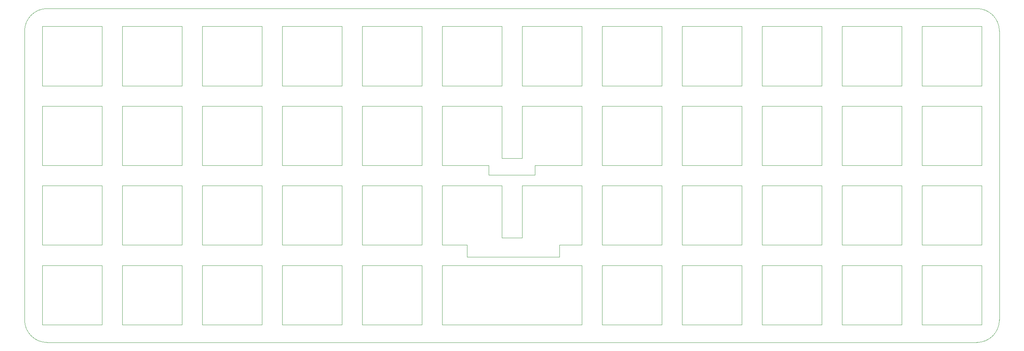
<source format=gbr>
%TF.GenerationSoftware,KiCad,Pcbnew,7.0.2*%
%TF.CreationDate,2023-05-30T09:56:30-07:00*%
%TF.ProjectId,=48,3d34382e-6b69-4636-9164-5f7063625858,rev?*%
%TF.SameCoordinates,Original*%
%TF.FileFunction,Profile,NP*%
%FSLAX46Y46*%
G04 Gerber Fmt 4.6, Leading zero omitted, Abs format (unit mm)*
G04 Created by KiCad (PCBNEW 7.0.2) date 2023-05-30 09:56:30*
%MOMM*%
%LPD*%
G01*
G04 APERTURE LIST*
%TA.AperFunction,Profile*%
%ADD10C,0.100000*%
%TD*%
G04 APERTURE END LIST*
D10*
X87622000Y-31496000D02*
X73472000Y-31496000D01*
X201922000Y-88496000D02*
X187772000Y-88496000D01*
X30472000Y-17346000D02*
X30472000Y-31496000D01*
X16322000Y-69496000D02*
X16322000Y-55346000D01*
X117470000Y-69494400D02*
X111572000Y-69496000D01*
X182872000Y-50496000D02*
X168722000Y-50496000D01*
X220972000Y-69496000D02*
X206822000Y-69496000D01*
X68572000Y-88496000D02*
X54422000Y-88496000D01*
X111572000Y-74346000D02*
X144772000Y-74346000D01*
X163822000Y-17346000D02*
X163822000Y-31496000D01*
X106672000Y-88496000D02*
X92522000Y-88496000D01*
X240022000Y-55346000D02*
X240022000Y-69496000D01*
X125722000Y-17346000D02*
X125722000Y-31496000D01*
X35372000Y-36346000D02*
X49522000Y-36346000D01*
X225872000Y-88496000D02*
X225872000Y-74346000D01*
X187772000Y-69496000D02*
X187772000Y-55346000D01*
X201922000Y-74346000D02*
X201922000Y-88496000D01*
X220972000Y-36346000D02*
X220972000Y-50496000D01*
X144772000Y-88496000D02*
X111572000Y-88496000D01*
X133670000Y-50496000D02*
X133670000Y-52811200D01*
X206822000Y-17346000D02*
X220972000Y-17346000D01*
X92522000Y-17346000D02*
X106672000Y-17346000D01*
X144772000Y-55346000D02*
X144772000Y-69496000D01*
X35372000Y-17346000D02*
X49522000Y-17346000D01*
X220972000Y-31496000D02*
X206822000Y-31496000D01*
X54422000Y-55346000D02*
X68572000Y-55346000D01*
X68572000Y-74346000D02*
X68572000Y-88496000D01*
X168722000Y-74346000D02*
X182872000Y-74346000D01*
X68572000Y-36346000D02*
X68572000Y-50496000D01*
X30472000Y-36346000D02*
X30472000Y-50496000D01*
X125722000Y-55346000D02*
X125722000Y-67770000D01*
X182872000Y-74346000D02*
X182872000Y-88496000D01*
X149672000Y-74346000D02*
X163822000Y-74346000D01*
X106672000Y-17346000D02*
X106672000Y-31496000D01*
X12070000Y-87385400D02*
G75*
G03*
X17420000Y-92735400I5350000J0D01*
G01*
X92522000Y-50496000D02*
X92522000Y-36346000D01*
X54422000Y-74346000D02*
X68572000Y-74346000D01*
X54422000Y-50496000D02*
X54422000Y-36346000D01*
X122670000Y-50496000D02*
X111572000Y-50496000D01*
X220972000Y-55346000D02*
X220972000Y-69496000D01*
X187772000Y-36346000D02*
X201922000Y-36346000D01*
X220972000Y-17346000D02*
X220972000Y-31496000D01*
X54422000Y-17346000D02*
X68572000Y-17346000D01*
X149672000Y-31496000D02*
X149672000Y-17346000D01*
X35372000Y-74346000D02*
X49522000Y-74346000D01*
X149672000Y-88496000D02*
X149672000Y-74346000D01*
X130622000Y-31496000D02*
X130622000Y-17346000D01*
X49522000Y-74346000D02*
X49522000Y-88496000D01*
X187772000Y-55346000D02*
X201922000Y-55346000D01*
X49522000Y-17346000D02*
X49522000Y-31496000D01*
X225872000Y-55346000D02*
X240022000Y-55346000D01*
X54422000Y-88496000D02*
X54422000Y-74346000D01*
X87622000Y-88496000D02*
X73472000Y-88496000D01*
X30472000Y-69496000D02*
X16322000Y-69496000D01*
X30472000Y-31496000D02*
X16322000Y-31496000D01*
X149672000Y-17346000D02*
X163822000Y-17346000D01*
X128470000Y-72310000D02*
X117470000Y-72310000D01*
X35372000Y-69496000D02*
X35372000Y-55346000D01*
X17420000Y-13091000D02*
G75*
G03*
X12070000Y-18441000I0J-5350000D01*
G01*
X163822000Y-69496000D02*
X149672000Y-69496000D01*
X168722000Y-88496000D02*
X168722000Y-74346000D01*
X68572000Y-50496000D02*
X54422000Y-50496000D01*
X240022000Y-31496000D02*
X225872000Y-31496000D01*
X130622000Y-55346000D02*
X144772000Y-55346000D01*
X182872000Y-55346000D02*
X182872000Y-69496000D01*
X111572000Y-17346000D02*
X125722000Y-17346000D01*
X16322000Y-31496000D02*
X16322000Y-17346000D01*
X87622000Y-17346000D02*
X87622000Y-31496000D01*
X111572000Y-36346000D02*
X125722000Y-36346000D01*
X106672000Y-55346000D02*
X106672000Y-69496000D01*
X225872000Y-69496000D02*
X225872000Y-55346000D01*
X87622000Y-36346000D02*
X87622000Y-50496000D01*
X30472000Y-55346000D02*
X30472000Y-69496000D01*
X163822000Y-74346000D02*
X163822000Y-88496000D01*
X168722000Y-55346000D02*
X182872000Y-55346000D01*
X54422000Y-69496000D02*
X54422000Y-55346000D01*
X182872000Y-17346000D02*
X182872000Y-31496000D01*
X30472000Y-50496000D02*
X16322000Y-50496000D01*
X225872000Y-36346000D02*
X240022000Y-36346000D01*
X16322000Y-88496000D02*
X16322000Y-74346000D01*
X111572000Y-55346000D02*
X125722000Y-55346000D01*
X244270000Y-87385400D02*
X244270000Y-18441000D01*
X49522000Y-88496000D02*
X35372000Y-88496000D01*
X168722000Y-17346000D02*
X182872000Y-17346000D01*
X106672000Y-69496000D02*
X92522000Y-69496000D01*
X163822000Y-55346000D02*
X163822000Y-69496000D01*
X187772000Y-74346000D02*
X201922000Y-74346000D01*
X54422000Y-31496000D02*
X54422000Y-17346000D01*
X106672000Y-74346000D02*
X106672000Y-88496000D01*
X240022000Y-74346000D02*
X240022000Y-88496000D01*
X16322000Y-36346000D02*
X30472000Y-36346000D01*
X220972000Y-74346000D02*
X220972000Y-88496000D01*
X49522000Y-69496000D02*
X35372000Y-69496000D01*
X225872000Y-31496000D02*
X225872000Y-17346000D01*
X111572000Y-50496000D02*
X111572000Y-36346000D01*
X12070000Y-18441000D02*
X12070000Y-87385400D01*
X16322000Y-50496000D02*
X16322000Y-36346000D01*
X16322000Y-55346000D02*
X30472000Y-55346000D01*
X139470000Y-72310000D02*
X139470000Y-69494400D01*
X111572000Y-31496000D02*
X111572000Y-17346000D01*
X201922000Y-69496000D02*
X187772000Y-69496000D01*
X187772000Y-50496000D02*
X187772000Y-36346000D01*
X201922000Y-50496000D02*
X187772000Y-50496000D01*
X206822000Y-36346000D02*
X220972000Y-36346000D01*
X182872000Y-36346000D02*
X182872000Y-50496000D01*
X130622000Y-17346000D02*
X144772000Y-17346000D01*
X68572000Y-17346000D02*
X68572000Y-31496000D01*
X220972000Y-50496000D02*
X206822000Y-50496000D01*
X206822000Y-69496000D02*
X206822000Y-55346000D01*
X240022000Y-36346000D02*
X240022000Y-50496000D01*
X73472000Y-17346000D02*
X87622000Y-17346000D01*
X73472000Y-50496000D02*
X73472000Y-36346000D01*
X125722000Y-67770000D02*
X130622000Y-67770000D01*
X130622000Y-67770000D02*
X130622000Y-55346000D01*
X163822000Y-50496000D02*
X149672000Y-50496000D01*
X168722000Y-50496000D02*
X168722000Y-36346000D01*
X35372000Y-88496000D02*
X35372000Y-74346000D01*
X92522000Y-55346000D02*
X106672000Y-55346000D01*
X73472000Y-55346000D02*
X87622000Y-55346000D01*
X35372000Y-31496000D02*
X35372000Y-17346000D01*
X30472000Y-74346000D02*
X30472000Y-88496000D01*
X49522000Y-55346000D02*
X49522000Y-69496000D01*
X73472000Y-74346000D02*
X87622000Y-74346000D01*
X106672000Y-50496000D02*
X92522000Y-50496000D01*
X201922000Y-36346000D02*
X201922000Y-50496000D01*
X225872000Y-50496000D02*
X225872000Y-36346000D01*
X73472000Y-69496000D02*
X73472000Y-55346000D01*
X49522000Y-31496000D02*
X35372000Y-31496000D01*
X87622000Y-69496000D02*
X73472000Y-69496000D01*
X187772000Y-88496000D02*
X187772000Y-74346000D01*
X225872000Y-17346000D02*
X240022000Y-17346000D01*
X106672000Y-31496000D02*
X92522000Y-31496000D01*
X206822000Y-55346000D02*
X220972000Y-55346000D01*
X168722000Y-69496000D02*
X168722000Y-55346000D01*
X87622000Y-55346000D02*
X87622000Y-69496000D01*
X206822000Y-88496000D02*
X206822000Y-74346000D01*
X163822000Y-31496000D02*
X149672000Y-31496000D01*
X68572000Y-69496000D02*
X54422000Y-69496000D01*
X92522000Y-74346000D02*
X106672000Y-74346000D01*
X92522000Y-69496000D02*
X92522000Y-55346000D01*
X130622000Y-48770000D02*
X130622000Y-36346000D01*
X182872000Y-31496000D02*
X168722000Y-31496000D01*
X111572000Y-69496000D02*
X111572000Y-55346000D01*
X73472000Y-31496000D02*
X73472000Y-17346000D01*
X30472000Y-88496000D02*
X16322000Y-88496000D01*
X240022000Y-50496000D02*
X225872000Y-50496000D01*
X35372000Y-55346000D02*
X49522000Y-55346000D01*
X206822000Y-50496000D02*
X206822000Y-36346000D01*
X149672000Y-36346000D02*
X163822000Y-36346000D01*
X238920000Y-92735400D02*
G75*
G03*
X244270000Y-87385400I0J5350000D01*
G01*
X133670000Y-52811200D02*
X122670000Y-52811200D01*
X73472000Y-36346000D02*
X87622000Y-36346000D01*
X187772000Y-17346000D02*
X201922000Y-17346000D01*
X92522000Y-36346000D02*
X106672000Y-36346000D01*
X149672000Y-55346000D02*
X163822000Y-55346000D01*
X168722000Y-36346000D02*
X182872000Y-36346000D01*
X144772000Y-74346000D02*
X144772000Y-88496000D01*
X16322000Y-74346000D02*
X30472000Y-74346000D01*
X49522000Y-50496000D02*
X35372000Y-50496000D01*
X117470000Y-72310000D02*
X117470000Y-69494400D01*
X68572000Y-55346000D02*
X68572000Y-69496000D01*
X225872000Y-74346000D02*
X240022000Y-74346000D01*
X201922000Y-31496000D02*
X187772000Y-31496000D01*
X73472000Y-88496000D02*
X73472000Y-74346000D01*
X87622000Y-50496000D02*
X73472000Y-50496000D01*
X240022000Y-17346000D02*
X240022000Y-31496000D01*
X206822000Y-74346000D02*
X220972000Y-74346000D01*
X144772000Y-36346000D02*
X144772000Y-50496000D01*
X87622000Y-74346000D02*
X87622000Y-88496000D01*
X92522000Y-31496000D02*
X92522000Y-17346000D01*
X240022000Y-69496000D02*
X225872000Y-69496000D01*
X238920000Y-13091000D02*
X17420000Y-13091000D01*
X144772000Y-31496000D02*
X130622000Y-31496000D01*
X54422000Y-36346000D02*
X68572000Y-36346000D01*
X201922000Y-17346000D02*
X201922000Y-31496000D01*
X68572000Y-31496000D02*
X54422000Y-31496000D01*
X206822000Y-31496000D02*
X206822000Y-17346000D01*
X144772000Y-17346000D02*
X144772000Y-31496000D01*
X182872000Y-88496000D02*
X168722000Y-88496000D01*
X17420000Y-92735400D02*
X238920000Y-92735400D01*
X144772000Y-69496000D02*
X139470000Y-69494400D01*
X220972000Y-88496000D02*
X206822000Y-88496000D01*
X163822000Y-36346000D02*
X163822000Y-50496000D01*
X111572000Y-88496000D02*
X111572000Y-74346000D01*
X35372000Y-50496000D02*
X35372000Y-36346000D01*
X144772000Y-50496000D02*
X133670000Y-50496000D01*
X125722000Y-48770000D02*
X130622000Y-48770000D01*
X149672000Y-50496000D02*
X149672000Y-36346000D01*
X125722000Y-36346000D02*
X125722000Y-48770000D01*
X182872000Y-69496000D02*
X168722000Y-69496000D01*
X16322000Y-17346000D02*
X30472000Y-17346000D01*
X139470000Y-72310000D02*
X128470000Y-72310000D01*
X130622000Y-36346000D02*
X144772000Y-36346000D01*
X149672000Y-69496000D02*
X149672000Y-55346000D01*
X106672000Y-36346000D02*
X106672000Y-50496000D01*
X168722000Y-31496000D02*
X168722000Y-17346000D01*
X125722000Y-31496000D02*
X111572000Y-31496000D01*
X163822000Y-88496000D02*
X149672000Y-88496000D01*
X122670000Y-52811200D02*
X122670000Y-50496000D01*
X240022000Y-88496000D02*
X225872000Y-88496000D01*
X201922000Y-55346000D02*
X201922000Y-69496000D01*
X49522000Y-36346000D02*
X49522000Y-50496000D01*
X92522000Y-88496000D02*
X92522000Y-74346000D01*
X187772000Y-31496000D02*
X187772000Y-17346000D01*
X244270000Y-18441000D02*
G75*
G03*
X238920000Y-13091000I-5350000J0D01*
G01*
M02*

</source>
